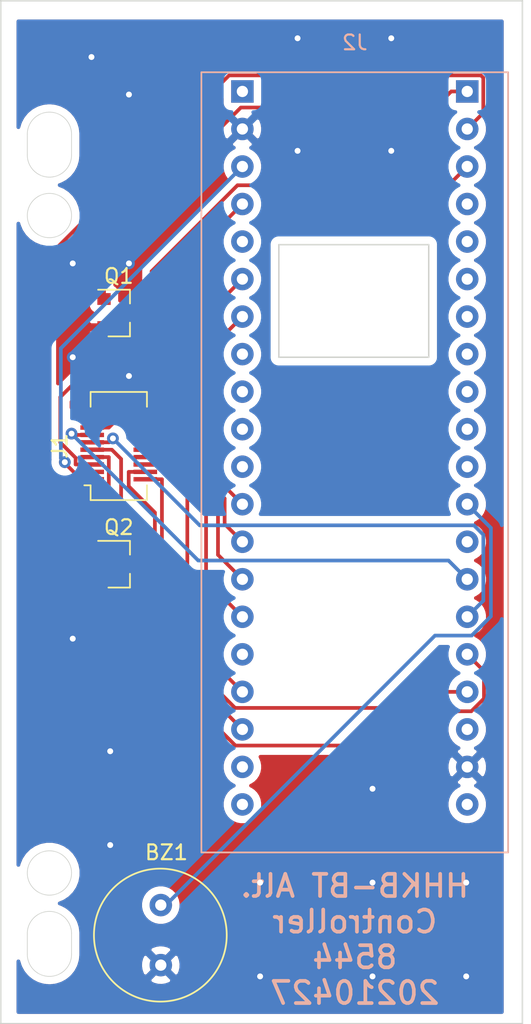
<source format=kicad_pcb>
(kicad_pcb (version 20211014) (generator pcbnew)
  (layers (0 "F.Cu" signal) (31 "B.Cu" signal) (34 "B.Paste" user) (35 "F.Paste" user) (36 "B.SilkS" user "B.Silkscreen") (37 "F.SilkS" user "F.Silkscreen") (38 "B.Mask" user) (39 "F.Mask" user) (44 "Edge.Cuts" user))
  (net 0 "")
  (net 1 "Net-(J1-Pad20)")
  (net 2 "Net-(J1-Pad19)")
  (net 3 "Net-(J1-Pad18)")
  (net 4 "Net-(J1-Pad17)")
  (net 5 "Net-(J1-Pad16)")
  (net 6 "Net-(J1-Pad15)")
  (net 7 "Net-(J1-Pad14)")
  (net 8 "Net-(J1-Pad13)")
  (net 9 "Net-(J1-Pad12)")
  (net 10 "Net-(J1-Pad11)")
  (net 11 "GND")
  (net 12 "Net-(J1-Pad8)")
  (net 13 "Net-(J1-Pad7)")
  (net 14 "Net-(J1-Pad6)")
  (net 15 "Net-(J1-Pad5)")
  (net 16 "Net-(J1-Pad4)")
  (net 17 "Net-(J1-Pad3)")
  (net 18 "+3V3")
  (net 19 "Net-(J2-Pad40)")
  (net 20 "Net-(J2-Pad36)")
  (net 21 "Net-(J2-Pad25)")
  (net 22 "Net-(J2-Pad22)")
  (net 23 "Net-(J2-Pad21)")
  (net 24 "Net-(J2-Pad18)")
  (net 25 "Net-(J2-Pad9)")
  (net 26 "Net-(J2-Pad8)")
  (net 27 "Net-(J2-Pad7)")
  (net 28 "Net-(J2-Pad6)")
  (net 29 "Net-(J2-Pad5)")
  (net 30 "Net-(J2-Pad2)")
  (net 31 "Net-(J2-Pad1)")
  (net 32 "Net-(J2-Pad20)")
  (net 33 "Net-(J2-Pad33)")
  (net 34 "Net-(J2-Pad32)")
  (net 35 "Net-(J2-Pad31)")
  (net 36 "Net-(J2-Pad30)")
  (net 37 "Net-(J2-Pad11)")
  (net 38 "Net-(J2-Pad10)")
  (net 39 "Net-(J2-Pad13)")
  (net 40 "Net-(BZ1-Pad1)")
  (net 41 "Net-(J2-Pad4)")
  (footprint "Connector_Hirose:Hirose_DF12_DF12C3.0-20DS-0.5V_2x10_P0.50mm_Vertical" (layer "F.Cu") (at 59 53 90)
    (fp_text reference "J1" (at 0 -4 90) (layer "F.SilkS"))
    (fp_text value "Conn_02x10_Counter_Clockwise")
    (fp_line (start -3.66 -1.91) (end -2.66 -1.91) (layer "F.SilkS") (width 0.12))
    (fp_line (start 3.66 1.91) (end 3.66 -1.91) (layer "F.SilkS") (width 0.12))
    (fp_line (start 3.66 -1.91) (end 2.66 -1.91) (layer "F.SilkS") (width 0.12))
    (fp_line (start 2.66 1.91) (end 3.66 1.91) (layer "F.SilkS") (width 0.12))
    (fp_line (start -2.66 1.91) (end -3.66 1.91) (layer "F.SilkS") (width 0.12))
    (fp_line (start -3.66 1.91) (end -3.66 -1.91) (layer "F.SilkS") (width 0.12))
    (fp_line (start -2.66 -1.91) (end -2.66 -2.333333) (layer "F.SilkS") (width 0.12))
    (pad "1" smd rect locked (at -2.25 -1.8 90) (size 0.3 1.6) (layers "F.Cu" "F.Mask") (net 18 "+3V3"))
    (pad "2" smd rect locked (at -1.75 -1.8 90) (size 0.3 1.6) (layers "F.Cu" "F.Mask") (net 18 "+3V3"))
    (pad "3" smd rect locked (at -1.25 -1.8 90) (size 0.3 1.6) (layers "F.Cu" "F.Mask") (net 17 "Net-(J1-Pad3)"))
    (pad "4" smd rect locked (at -0.75 -1.8 90) (size 0.3 1.6) (layers "F.Cu" "F.Mask") (net 16 "Net-(J1-Pad4)"))
    (pad "5" smd rect locked (at -0.25 -1.8 90) (size 0.3 1.6) (layers "F.Cu" "F.Mask") (net 15 "Net-(J1-Pad5)"))
    (pad "6" smd rect locked (at 0.25 -1.8 90) (size 0.3 1.6) (layers "F.Cu" "F.Mask") (net 14 "Net-(J1-Pad6)"))
    (pad "7" smd rect locked (at 0.75 -1.8 90) (size 0.3 1.6) (layers "F.Cu" "F.Mask") (net 13 "Net-(J1-Pad7)"))
    (pad "8" smd rect locked (at 1.25 -1.8 90) (size 0.3 1.6) (layers "F.Cu" "F.Mask") (net 12 "Net-(J1-Pad8)"))
    (pad "9" smd rect locked (at 1.75 -1.8 90) (size 0.3 1.6) (layers "F.Cu" "F.Mask") (net 11 "GND"))
    (pad "10" smd rect locked (at 2.25 -1.8 90) (size 0.3 1.6) (layers "F.Cu" "F.Mask") (net 11 "GND"))
    (pad "11" smd rect locked (at -2.25 1.8 90) (size 0.3 1.6) (layers "F.Cu" "F.Mask") (net 10 "Net-(J1-Pad11)"))
    (pad "12" smd rect locked (at -1.75 1.8 90) (size 0.3 1.6) (layers "F.Cu" "F.Mask") (net 9 "Net-(J1-Pad12)"))
    (pad "13" smd rect locked (at -1.25 1.8 90) (size 0.3 1.6) (layers "F.Cu" "F.Mask") (net 8 "Net-(J1-Pad13)"))
    (pad "14" smd rect locked (at -0.75 1.8 90) (size 0.3 1.6) (layers "F.Cu" "F.Mask") (net 7 "Net-(J1-Pad14)"))
    (pad "15" smd rect locked (at -0.25 1.8 90) (size 0.3 1.6) (layers "F.Cu" "F.Mask") (net 6 "Net-(J1-Pad15)"))
    (pad "16" smd rect locked (at 0.25 1.8 90) (size 0.3 1.6) (layers "F.Cu" "F.Mask") (net 5 "Net-(J1-Pad16)"))
    (pad "17" smd rect locked (at 0.75 1.8 90) (size 0.3 1.6) (layers "F.Cu" "F.Mask") (net 4 "Net-(J1-Pad17)"))
    (pad "18" smd rect locked (at 1.25 1.8 90) (size 0.3 1.6) (layers "F.Cu" "F.Mask") (net 3 "Net-(J1-Pad18)"))
    (pad "19" smd rect locked (at 1.75 1.8 90) (size 0.3 1.6) (layers "F.Cu" "F.Mask") (net 2 "Net-(J1-Pad19)"))
    (pad "20" smd rect locked (at 2.25 1.8 90) (size 0.3 1.6) (layers "F.Cu" "F.Mask") (net 1 "Net-(J1-Pad20)"))
  )
  (footprint "Package_TO_SOT_SMD:SOT-23" (layer "F.Cu") (at 59 44)
    (fp_text reference "Q1" (at 0 -2.5) (layer "F.SilkS"))
    (fp_text value "DTC123J")
    (fp_line (start 0.76 -1.58) (end -1.4 -1.58) (layer "F.SilkS") (width 0.12))
    (fp_line (start 0.76 1.58) (end 0.76 0.65) (layer "F.SilkS") (width 0.12))
    (fp_line (start 0.76 1.58) (end -0.7 1.58) (layer "F.SilkS") (width 0.12))
    (fp_line (start 0.76 -1.58) (end 0.76 -0.65) (layer "F.SilkS") (width 0.12))
    (pad "1" smd rect locked (at -1 -0.95) (size 0.9 0.8) (layers "F.Cu" "F.Paste" "F.Mask") (net 31 "Net-(J2-Pad1)"))
    (pad "2" smd rect locked (at -1 0.95) (size 0.9 0.8) (layers "F.Cu" "F.Paste" "F.Mask") (net 11 "GND"))
    (pad "3" smd rect locked (at 1 0) (size 0.9 0.8) (layers "F.Cu" "F.Paste" "F.Mask") (net 17 "Net-(J1-Pad3)"))
  )
  (footprint "Package_TO_SOT_SMD:SOT-23" (layer "F.Cu") (at 59 61)
    (fp_text reference "Q2" (at 0 -2.5) (layer "F.SilkS"))
    (fp_text value "DTC123J")
    (fp_line (start 0.76 -1.58) (end 0.76 -0.65) (layer "F.SilkS") (width 0.12))
    (fp_line (start 0.76 1.58) (end 0.76 0.65) (layer "F.SilkS") (width 0.12))
    (fp_line (start 0.76 1.58) (end -0.7 1.58) (layer "F.SilkS") (width 0.12))
    (fp_line (start 0.76 -1.58) (end -1.4 -1.58) (layer "F.SilkS") (width 0.12))
    (pad "1" smd rect locked (at -1 -0.95) (size 0.9 0.8) (layers "F.Cu" "F.Paste" "F.Mask") (net 30 "Net-(J2-Pad2)"))
    (pad "2" smd rect locked (at -1 0.95) (size 0.9 0.8) (layers "F.Cu" "F.Paste" "F.Mask") (net 11 "GND"))
    (pad "3" smd rect locked (at 1 0) (size 0.9 0.8) (layers "F.Cu" "F.Paste" "F.Mask") (net 16 "Net-(J1-Pad4)"))
  )
  (footprint "HHKBModules:9042 Buzzer" (layer "F.Cu") (at 62.23 80.01)
    (fp_text reference "BZ1" (at 0 0.5) (layer "F.SilkS"))
    (fp_text value "Buzzer")
    (fp_circle (center -0.411606 6.096) (end 4.088394 6.096) (layer "F.SilkS") (width 0.12) (fill none))
    (pad "1" thru_hole circle locked (at -0.381 4.064) (size 1.524 1.524) (drill 0.762) (layers *.Cu *.Mask) (net 40 "Net-(BZ1-Pad1)"))
    (pad "2" thru_hole circle locked (at -0.381 8.128) (size 1.524 1.524) (drill 0.762) (layers *.Cu *.Mask) (net 11 "GND"))
  )
  (footprint "HHKBModules:WeAct BlackPill" (layer "B.Cu") (at 75 29 180)
    (fp_text reference "J2" (at 0 3.31) (layer "B.SilkS") (effects (justify mirror)))
    (fp_text value "Conn_02x20_Counter_Clockwise")
    (fp_line (start 10.4 1.3) (end 10.4 -51.51) (layer "B.SilkS") (width 0.12))
    (fp_line (start 10.39 -51.51) (end -10.39 -51.51) (layer "B.SilkS") (width 0.12))
    (fp_line (start 10.39 1.3) (end -10.39 1.3) (layer "B.SilkS") (width 0.12))
    (fp_line (start -10.39 1.3) (end -10.39 -51.51) (layer "B.SilkS") (width 0.12))
    (pad "1" thru_hole rect locked (at -7.62 0 180) (size 1.524 1.524) (drill 0.762) (layers *.Cu *.Mask) (net 31 "Net-(J2-Pad1)"))
    (pad "2" thru_hole circle locked (at -7.62 -2.54 180) (size 1.524 1.524) (drill 0.762) (layers *.Cu *.Mask) (net 30 "Net-(J2-Pad2)"))
    (pad "3" thru_hole circle locked (at -7.62 -5.08 180) (size 1.524 1.524) (drill 0.762) (layers *.Cu *.Mask) (net 12 "Net-(J1-Pad8)"))
    (pad "4" thru_hole circle locked (at -7.62 -7.62 180) (size 1.524 1.524) (drill 0.762) (layers *.Cu *.Mask) (net 41 "Net-(J2-Pad4)"))
    (pad "5" thru_hole circle locked (at -7.62 -10.16 180) (size 1.524 1.524) (drill 0.762) (layers *.Cu *.Mask) (net 29 "Net-(J2-Pad5)"))
    (pad "6" thru_hole circle locked (at -7.62 -12.7 180) (size 1.524 1.524) (drill 0.762) (layers *.Cu *.Mask) (net 28 "Net-(J2-Pad6)"))
    (pad "7" thru_hole circle locked (at -7.62 -15.24 180) (size 1.524 1.524) (drill 0.762) (layers *.Cu *.Mask) (net 27 "Net-(J2-Pad7)"))
    (pad "8" thru_hole circle locked (at -7.62 -17.78 180) (size 1.524 1.524) (drill 0.762) (layers *.Cu *.Mask) (net 26 "Net-(J2-Pad8)"))
    (pad "9" thru_hole circle locked (at -7.62 -20.32 180) (size 1.524 1.524) (drill 0.762) (layers *.Cu *.Mask) (net 25 "Net-(J2-Pad9)"))
    (pad "10" thru_hole circle locked (at -7.62 -22.86 180) (size 1.524 1.524) (drill 0.762) (layers *.Cu *.Mask) (net 38 "Net-(J2-Pad10)"))
    (pad "11" thru_hole circle locked (at -7.62 -25.4 180) (size 1.524 1.524) (drill 0.762) (layers *.Cu *.Mask) (net 37 "Net-(J2-Pad11)"))
    (pad "12" thru_hole circle locked (at -7.62 -27.94 180) (size 1.524 1.524) (drill 0.762) (layers *.Cu *.Mask) (net 40 "Net-(BZ1-Pad1)"))
    (pad "13" thru_hole circle locked (at -7.62 -30.48 180) (size 1.524 1.524) (drill 0.762) (layers *.Cu *.Mask) (net 39 "Net-(J2-Pad13)"))
    (pad "14" thru_hole circle locked (at -7.62 -33.02 180) (size 1.524 1.524) (drill 0.762) (layers *.Cu *.Mask) (net 13 "Net-(J1-Pad7)"))
    (pad "15" thru_hole circle locked (at -7.62 -35.56 180) (size 1.524 1.524) (drill 0.762) (layers *.Cu *.Mask) (net 14 "Net-(J1-Pad6)"))
    (pad "16" thru_hole circle locked (at -7.62 -38.1 180) (size 1.524 1.524) (drill 0.762) (layers *.Cu *.Mask) (net 15 "Net-(J1-Pad5)"))
    (pad "17" thru_hole circle locked (at -7.62 -40.64 180) (size 1.524 1.524) (drill 0.762) (layers *.Cu *.Mask) (net 10 "Net-(J1-Pad11)"))
    (pad "18" thru_hole circle locked (at -7.62 -43.18 180) (size 1.524 1.524) (drill 0.762) (layers *.Cu *.Mask) (net 24 "Net-(J2-Pad18)"))
    (pad "19" thru_hole circle locked (at -7.62 -45.72 180) (size 1.524 1.524) (drill 0.762) (layers *.Cu *.Mask) (net 11 "GND"))
    (pad "20" thru_hole circle locked (at -7.62 -48.26 180) (size 1.524 1.524) (drill 0.762) (layers *.Cu *.Mask) (net 32 "Net-(J2-Pad20)"))
    (pad "21" thru_hole circle locked (at 7.62 -48.26 180) (size 1.524 1.524) (drill 0.762) (layers *.Cu *.Mask) (net 23 "Net-(J2-Pad21)"))
    (pad "22" thru_hole circle locked (at 7.62 -45.72 180) (size 1.524 1.524) (drill 0.762) (layers *.Cu *.Mask) (net 22 "Net-(J2-Pad22)"))
    (pad "23" thru_hole circle locked (at 7.62 -43.18 180) (size 1.524 1.524) (drill 0.762) (layers *.Cu *.Mask) (net 9 "Net-(J1-Pad12)"))
    (pad "24" thru_hole circle locked (at 7.62 -40.64 180) (size 1.524 1.524) (drill 0.762) (layers *.Cu *.Mask) (net 8 "Net-(J1-Pad13)"))
    (pad "25" thru_hole circle locked (at 7.62 -38.1 180) (size 1.524 1.524) (drill 0.762) (layers *.Cu *.Mask) (net 21 "Net-(J2-Pad25)"))
    (pad "26" thru_hole circle locked (at 7.62 -35.56 180) (size 1.524 1.524) (drill 0.762) (layers *.Cu *.Mask) (net 7 "Net-(J1-Pad14)"))
    (pad "27" thru_hole circle locked (at 7.62 -33.02 180) (size 1.524 1.524) (drill 0.762) (layers *.Cu *.Mask) (net 6 "Net-(J1-Pad15)"))
    (pad "28" thru_hole circle locked (at 7.62 -30.48 180) (size 1.524 1.524) (drill 0.762) (layers *.Cu *.Mask) (net 5 "Net-(J1-Pad16)"))
    (pad "29" thru_hole circle locked (at 7.62 -27.94 180) (size 1.524 1.524) (drill 0.762) (layers *.Cu *.Mask) (net 4 "Net-(J1-Pad17)"))
    (pad "30" thru_hole circle locked (at 7.62 -25.4 180) (size 1.524 1.524) (drill 0.762) (layers *.Cu *.Mask) (net 36 "Net-(J2-Pad30)"))
    (pad "31" thru_hole circle locked (at 7.62 -22.86 180) (size 1.524 1.524) (drill 0.762) (layers *.Cu *.Mask) (net 35 "Net-(J2-Pad31)"))
    (pad "32" thru_hole circle locked (at 7.62 -20.32 180) (size 1.524 1.524) (drill 0.762) (layers *.Cu *.Mask) (net 34 "Net-(J2-Pad32)"))
    (pad "33" thru_hole circle locked (at 7.62 -17.78 180) (size 1.524 1.524) (drill 0.762) (layers *.Cu *.Mask) (net 33 "Net-(J2-Pad33)"))
    (pad "34" thru_hole circle locked (at 7.62 -15.24 180) (size 1.524 1.524) (drill 0.762) (layers *.Cu *.Mask) (net 3 "Net-(J1-Pad18)"))
    (pad "35" thru_hole circle locked (at 7.62 -12.7 180) (size 1.524 1.524) (drill 0.762) (layers *.Cu *.Mask) (net 2 "Net-(J1-Pad19)"))
    (pad "36" thru_hole circle locked (at 7.62 -10.16 180) (size 1.524 1.524) (drill 0.762) (layers *.Cu *.Mask) (net 20 "Net-(J2-Pad36)"))
    (pad "37" thru_hole circle locked (at 7.62 -7.62 180) (size 1.524 1.524) (drill 0.762) (layers *.Cu *.Mask) (net 1 "Net-(J1-Pad20)"))
    (pad "38" thru_hole circle locked (at 7.62 -5.08 180) (size 1.524 1.524) (drill 0.762) (layers *.Cu *.Mask) (net 18 "+3V3"))
    (pad "39" thru_hole circle locked (at 7.62 -2.54 180) (size 1.524 1.524) (drill 0.762) (layers *.Cu *.Mask) (net 11 "GND"))
    (pad "40" thru_hole rect locked (at 7.62 0 180) (size 1.524 1.524) (drill 0.762) (layers *.Cu *.Mask) (net 19 "Net-(J2-Pad40)"))
  )
  (gr_arc (start 55.8 33.3) (mid 54.3 34.8) (end 52.8 33.3) (layer "Edge.Cuts") (width 0.05))
  (gr_line (start 52.8 31.9) (end 52.8 33.3) (layer "Edge.Cuts") (width 0.05))
  (gr_arc (start 55.8 87.4) (mid 54.3 88.9) (end 52.8 87.4) (layer "Edge.Cuts") (width 0.05))
  (gr_arc (start 52.8 86) (mid 54.3 84.5) (end 55.8 86) (layer "Edge.Cuts") (width 0.05))
  (gr_line (start 52.8 87.4) (end 52.8 86) (layer "Edge.Cuts") (width 0.05))
  (gr_line (start 55.8 87.4) (end 55.8 86) (layer "Edge.Cuts") (width 0.05))
  (gr_circle (center 54.3 81.9) (end 52.8 81.9) (layer "Edge.Cuts") (width 0.05) (fill none))
  (gr_line (start 55.8 31.9) (end 55.8 33.3) (layer "Edge.Cuts") (width 0.05))
  (gr_line (start 51 22.86) (end 86.36 22.86) (layer "Edge.Cuts") (width 0.1))
  (gr_line (start 69.85 46.99) (end 69.85 39.37) (layer "Edge.Cuts") (width 0.1))
  (gr_circle (center 54.3 37.4) (end 55.8 37.4) (layer "Edge.Cuts") (width 0.05) (fill none))
  (gr_arc (start 52.8 31.9) (mid 54.3 30.4) (end 55.8 31.9) (layer "Edge.Cuts") (width 0.05))
  (gr_line (start 69.85 39.37) (end 80.01 39.37) (layer "Edge.Cuts") (width 0.1))
  (gr_line (start 51 92.1) (end 51 22.86) (layer "Edge.Cuts") (width 0.1))
  (gr_line (start 80.01 39.37) (end 80.01 46.99) (layer "Edge.Cuts") (width 0.1))
  (gr_line (start 86.36 22.86) (end 86.36 92.1) (layer "Edge.Cuts") (width 0.1))
  (gr_line (start 86.36 92.1) (end 51 92.1) (layer "Edge.Cuts") (width 0.1))
  (gr_line (start 80.01 46.99) (end 69.85 46.99) (layer "Edge.Cuts") (width 0.1))
  (gr_text "HHKB-BT Alt.\nController\n8544\n20210427" (at 75 86.4) (layer "B.SilkS") (effects (font (size 1.5 1.5) (thickness 0.25)) (justify mirror)))
  (segment (start 61.7002 49.8498) (end 61.7002 42.2998) (width 0.25) (layer "F.Cu") (net 1))
  (segment (start 61.7002 42.2998) (end 67.38 36.62) (width 0.25) (layer "F.Cu") (net 1))
  (segment (start 60.8 50.75) (end 61.7002 49.8498) (width 0.25) (layer "F.Cu") (net 1))
  (segment (start 62.3756 50.7997) (end 62.3756 46.7044) (width 0.25) (layer "F.Cu") (net 2))
  (segment (start 61.9253 51.25) (end 62.3756 50.7997) (width 0.25) (layer "F.Cu") (net 2))
  (segment (start 62.3756 46.7044) (end 67.38 41.7) (width 0.25) (layer "F.Cu") (net 2))
  (segment (start 60.8 51.25) (end 61.9253 51.25) (width 0.25) (layer "F.Cu") (net 2))
  (segment (start 61.9253 51.75) (end 62.0622 51.75) (width 0.25) (layer "F.Cu") (net 3))
  (segment (start 62.8259 48.7941) (end 67.38 44.24) (width 0.25) (layer "F.Cu") (net 3))
  (segment (start 62.8259 50.9863) (end 62.8259 48.7941) (width 0.25) (layer "F.Cu") (net 3))
  (segment (start 62.0622 51.75) (end 62.8259 50.9863) (width 0.25) (layer "F.Cu") (net 3))
  (segment (start 60.8 51.75) (end 61.9253 51.75) (width 0.25) (layer "F.Cu") (net 3))
  (segment (start 60.8 52.25) (end 62.69 52.25) (width 0.25) (layer "F.Cu") (net 4))
  (segment (start 62.69 52.25) (end 67.38 56.94) (width 0.25) (layer "F.Cu") (net 4))
  (segment (start 60.8 52.75) (end 62.3777 52.75) (width 0.25) (layer "F.Cu") (net 5))
  (segment (start 66.1758 58.2758) (end 67.38 59.48) (width 0.25) (layer "F.Cu") (net 5))
  (segment (start 62.3777 52.75) (end 66.1758 56.5481) (width 0.25) (layer "F.Cu") (net 5))
  (segment (start 66.1758 56.5481) (end 66.1758 58.2758) (width 0.25) (layer "F.Cu") (net 5))
  (segment (start 65.7254 60.3654) (end 67.38 62.02) (width 0.25) (layer "F.Cu") (net 6))
  (segment (start 62.2408 53.25) (end 65.7254 56.7346) (width 0.25) (layer "F.Cu") (net 6))
  (segment (start 60.8 53.25) (end 62.2408 53.25) (width 0.25) (layer "F.Cu") (net 6))
  (segment (start 65.7254 56.7346) (end 65.7254 60.3654) (width 0.25) (layer "F.Cu") (net 6))
  (segment (start 60.8 53.75) (end 62.1039 53.75) (width 0.25) (layer "F.Cu") (net 7))
  (segment (start 62.1039 53.75) (end 64.9182 56.5643) (width 0.25) (layer "F.Cu") (net 7))
  (segment (start 64.9182 62.0982) (end 67.38 64.56) (width 0.25) (layer "F.Cu") (net 7))
  (segment (start 64.9182 56.5643) (end 64.9182 62.0982) (width 0.25) (layer "F.Cu") (net 7))
  (segment (start 63.6468 55.9715) (end 61.9253 54.25) (width 0.25) (layer "F.Cu") (net 8))
  (segment (start 60.8 54.25) (end 61.9253 54.25) (width 0.25) (layer "F.Cu") (net 8))
  (segment (start 67.38 69.64) (end 63.6468 65.9068) (width 0.25) (layer "F.Cu") (net 8))
  (segment (start 63.6468 65.9068) (end 63.6468 55.9715) (width 0.25) (layer "F.Cu") (net 8))
  (segment (start 60.8 54.75) (end 59.6747 54.75) (width 0.25) (layer "F.Cu") (net 9))
  (segment (start 61.4477 66.2477) (end 67.38 72.18) (width 0.25) (layer "F.Cu") (net 9))
  (segment (start 59.6747 54.75) (end 59.6747 55.7255) (width 0.25) (layer "F.Cu") (net 9))
  (segment (start 59.6747 55.7255) (end 61.4477 57.4985) (width 0.25) (layer "F.Cu") (net 9))
  (segment (start 61.4477 57.4985) (end 61.4477 66.2477) (width 0.25) (layer "F.Cu") (net 9))
  (segment (start 66.8815 70.728) (end 61.9253 65.7718) (width 0.25) (layer "F.Cu") (net 10))
  (segment (start 61.9253 65.7718) (end 61.9253 55.25) (width 0.25) (layer "F.Cu") (net 10))
  (segment (start 82.62 69.64) (end 80.6248 69.64) (width 0.25) (layer "F.Cu") (net 10))
  (segment (start 80.6248 69.64) (end 79.5368 70.728) (width 0.25) (layer "F.Cu") (net 10))
  (segment (start 60.8 55.25) (end 61.9253 55.25) (width 0.25) (layer "F.Cu") (net 10))
  (segment (start 79.5368 70.728) (end 66.8815 70.728) (width 0.25) (layer "F.Cu") (net 10))
  (segment (start 58 44.95) (end 58 44.725) (width 0.25) (layer "F.Cu") (net 11))
  (segment (start 57.2 50.75) (end 57.2 51.05) (width 0.5) (layer "F.Cu") (net 11))
  (segment (start 60.7063 86.9953) (end 61.849 88.138) (width 0.25) (layer "F.Cu") (net 11))
  (via (at 55.88 40.64) (size 0.8) (drill 0.4) (layers "F.Cu" "B.Cu") (net 11))
  (via (at 68.58 88.9) (size 0.8) (drill 0.4) (layers "F.Cu" "B.Cu") (net 11))
  (via (at 57.15 26.67) (size 0.8) (drill 0.4) (layers "F.Cu" "B.Cu") (net 11))
  (via (at 59.69 48.26) (size 0.8) (drill 0.4) (layers "F.Cu" "B.Cu") (net 11))
  (via (at 58.42 73.66) (size 0.8) (drill 0.4) (layers "F.Cu" "B.Cu") (net 11))
  (via (at 77.47 33.02) (size 0.8) (drill 0.4) (layers "F.Cu" "B.Cu") (net 11))
  (via (at 71.12 33.02) (size 0.8) (drill 0.4) (layers "F.Cu" "B.Cu") (net 11))
  (via (at 59.69 40.64) (size 0.8) (drill 0.4) (layers "F.Cu" "B.Cu") (net 11))
  (via (at 76.2 88.9) (size 0.8) (drill 0.4) (layers "F.Cu" "B.Cu") (net 11))
  (via (at 59.69 29.21) (size 0.8) (drill 0.4) (layers "F.Cu" "B.Cu") (net 11))
  (via (at 82.55 88.9) (size 0.8) (drill 0.4) (layers "F.Cu" "B.Cu") (net 11))
  (via (at 71.12 25.4) (size 0.8) (drill 0.4) (layers "F.Cu" "B.Cu") (net 11))
  (via (at 55.88 46.99) (size 0.8) (drill 0.4) (layers "F.Cu" "B.Cu") (net 11))
  (via (at 58.42 80.01) (size 0.8) (drill 0.4) (layers "F.Cu" "B.Cu") (net 11))
  (via (at 82.55 82.55) (size 0.8) (drill 0.4) (layers "F.Cu" "B.Cu") (net 11))
  (via (at 68.58 82.55) (size 0.8) (drill 0.4) (layers "F.Cu" "B.Cu") (net 11))
  (via (at 76.2 82.55) (size 0.8) (drill 0.4) (layers "F.Cu" "B.Cu") (net 11))
  (via (at 55.88 66.04) (size 0.8) (drill 0.4) (layers "F.Cu" "B.Cu") (net 11))
  (via (at 76.2 76.2) (size 0.8) (drill 0.4) (layers "F.Cu" "B.Cu") (net 11))
  (via (at 77.47 25.4) (size 0.8) (drill 0.4) (layers "F.Cu" "B.Cu") (net 11))
  (segment (start 81.35 35.35) (end 82.62 34.08) (width 0.25) (layer "F.Cu") (net 12))
  (segment (start 58.3253 51.75) (end 61.2258 48.8495) (width 0.25) (layer "F.Cu") (net 12))
  (segment (start 61.2258 48.8495) (end 61.2258 41.1731) (width 0.25) (layer "F.Cu") (net 12))
  (segment (start 67.0489 35.35) (end 81.35 35.35) (width 0.25) (layer "F.Cu") (net 12))
  (segment (start 57.2 51.75) (end 58.3253 51.75) (width 0.25) (layer "F.Cu") (net 12))
  (segment (start 61.2258 41.1731) (end 67.0489 35.35) (width 0.25) (layer "F.Cu") (net 12))
  (segment (start 55.888 52.25) (end 55.7996 52.1616) (width 0.25) (layer "F.Cu") (net 13))
  (segment (start 57.2 52.25) (end 55.888 52.25) (width 0.25) (layer "F.Cu") (net 13))
  (via (at 55.7996 52.1616) (size 0.8) (drill 0.4) (layers "F.Cu" "B.Cu") (net 13))
  (segment (start 64.388 60.75) (end 81.35 60.75) (width 0.25) (layer "B.Cu") (net 13))
  (segment (start 81.35 60.75) (end 82.62 62.02) (width 0.25) (layer "B.Cu") (net 13))
  (segment (start 55.7996 52.1616) (end 64.388 60.75) (width 0.25) (layer "B.Cu") (net 13))
  (segment (start 57.2 52.75) (end 58.3398 52.75) (width 0.25) (layer "F.Cu") (net 14))
  (segment (start 58.3398 52.75) (end 58.6038 52.486) (width 0.25) (layer "F.Cu") (net 14))
  (via (at 58.6038 52.486) (size 0.8) (drill 0.4) (layers "F.Cu" "B.Cu") (net 14))
  (segment (start 83.0762 58.3691) (end 83.7112 59.0041) (width 0.25) (layer "B.Cu") (net 14))
  (segment (start 83.7112 59.0041) (end 83.7112 63.4688) (width 0.25) (layer "B.Cu") (net 14))
  (segment (start 58.6038 52.486) (end 64.4869 58.3691) (width 0.25) (layer "B.Cu") (net 14))
  (segment (start 64.4869 58.3691) (end 83.0762 58.3691) (width 0.25) (layer "B.Cu") (net 14))
  (segment (start 83.7112 63.4688) (end 82.62 64.56) (width 0.25) (layer "B.Cu") (net 14))
  (segment (start 59.1592 57.8656) (end 60.9973 59.7037) (width 0.25) (layer "F.Cu") (net 15))
  (segment (start 77.8522 73.2748) (end 80.1739 70.9531) (width 0.25) (layer "F.Cu") (net 15))
  (segment (start 83.7546 68.2346) (end 82.62 67.1) (width 0.25) (layer "F.Cu") (net 15))
  (segment (start 83.7546 70.094) (end 83.7546 68.2346) (width 0.25) (layer "F.Cu") (net 15))
  (segment (start 82.8955 70.9531) (end 83.7546 70.094) (width 0.25) (layer "F.Cu") (net 15))
  (segment (start 59.1592 53.8791) (end 59.1592 57.8656) (width 0.25) (layer "F.Cu") (net 15))
  (segment (start 60.9973 59.7037) (end 60.9973 67.3665) (width 0.25) (layer "F.Cu") (net 15))
  (segment (start 80.1739 70.9531) (end 82.8955 70.9531) (width 0.25) (layer "F.Cu") (net 15))
  (segment (start 66.9056 73.2748) (end 77.8522 73.2748) (width 0.25) (layer "F.Cu") (net 15))
  (segment (start 57.2 53.25) (end 58.5301 53.25) (width 0.25) (layer "F.Cu") (net 15))
  (segment (start 58.5301 53.25) (end 59.1592 53.8791) (width 0.25) (layer "F.Cu") (net 15))
  (segment (start 60.9973 67.3665) (end 66.9056 73.2748) (width 0.25) (layer "F.Cu") (net 15))
  (segment (start 60 61) (end 60 60.2747) (width 0.25) (layer "F.Cu") (net 16))
  (segment (start 60 59.6378) (end 60 60.2747) (width 0.25) (layer "F.Cu") (net 16))
  (segment (start 58.3253 53.75) (end 58.3253 57.9631) (width 0.25) (layer "F.Cu") (net 16))
  (segment (start 57.2 53.75) (end 58.3253 53.75) (width 0.25) (layer "F.Cu") (net 16))
  (segment (start 58.3253 57.9631) (end 60 59.6378) (width 0.25) (layer "F.Cu") (net 16))
  (segment (start 56.0747 54.25) (end 56.0747 53.7986) (width 0.25) (layer "F.Cu") (net 17))
  (segment (start 56.0747 53.7986) (end 55.0373 52.7612) (width 0.25) (layer "F.Cu") (net 17))
  (segment (start 60 44) (end 60 44.7253) (width 0.25) (layer "F.Cu") (net 17))
  (segment (start 55.0373 49.688) (end 60 44.7253) (width 0.25) (layer "F.Cu") (net 17))
  (segment (start 55.0373 52.7612) (end 55.0373 49.688) (width 0.25) (layer "F.Cu") (net 17))
  (segment (start 57.2 54.25) (end 56.0747 54.25) (width 0.25) (layer "F.Cu") (net 17))
  (segment (start 57.2 55.25) (end 56.0747 55.25) (width 0.25) (layer "F.Cu") (net 18))
  (segment (start 56.1656 54.75) (end 56.0747 54.8409) (width 0.25) (layer "F.Cu") (net 18))
  (segment (start 55.3429 54.1551) (end 55.3429 54.0926) (width 0.25) (layer "F.Cu") (net 18))
  (segment (start 56.0747 54.8409) (end 56.0287 54.8409) (width 0.25) (layer "F.Cu") (net 18))
  (segment (start 56.0747 55.25) (end 56.0747 54.8409) (width 0.25) (layer "F.Cu") (net 18))
  (segment (start 56.0287 54.8409) (end 55.3429 54.1551) (width 0.25) (layer "F.Cu") (net 18))
  (segment (start 57.2 54.75) (end 56.1656 54.75) (width 0.25) (layer "F.Cu") (net 18))
  (via (at 55.3429 54.0926) (size 0.8) (drill 0.4) (layers "F.Cu" "B.Cu") (net 18))
  (segment (start 55.81 45.65) (end 67.38 34.08) (width 0.25) (layer "B.Cu") (net 18))
  (segment (start 55.0742 46.3858) (end 55.81 45.65) (width 0.25) (layer "B.Cu") (net 18))
  (segment (start 55.0742 53.8239) (end 55.0742 46.3858) (width 0.25) (layer "B.Cu") (net 18))
  (segment (start 55.3429 54.0926) (end 55.0742 53.8239) (width 0.25) (layer "B.Cu") (net 18))
  (segment (start 83.5487 27.9126) (end 66.4769 27.9126) (width 0.25) (layer "F.Cu") (net 30))
  (segment (start 82.62 31.54) (end 83.7074 30.4526) (width 0.25) (layer "F.Cu") (net 30))
  (segment (start 54.121 55.4457) (end 58 59.3247) (width 0.25) (layer "F.Cu") (net 30))
  (segment (start 54.121 40.2685) (end 54.121 55.4457) (width 0.25) (layer "F.Cu") (net 30))
  (segment (start 83.7074 30.4526) (end 83.7074 28.0713) (width 0.25) (layer "F.Cu") (net 30))
  (segment (start 83.7074 28.0713) (end 83.5487 27.9126) (width 0.25) (layer "F.Cu") (net 30))
  (segment (start 66.4769 27.9126) (end 54.121 40.2685) (width 0.25) (layer "F.Cu") (net 30))
  (segment (start 58 60.05) (end 58 59.3247) (width 0.25) (layer "F.Cu") (net 30))
  (segment (start 58 39.3635) (end 67.2762 30.0873) (width 0.25) (layer "F.Cu") (net 31))
  (segment (start 80.4454 30.0873) (end 81.5327 29) (width 0.25) (layer "F.Cu") (net 31))
  (segment (start 67.2762 30.0873) (end 80.4454 30.0873) (width 0.25) (layer "F.Cu") (net 31))
  (segment (start 82.62 29) (end 81.5327 29) (width 0.25) (layer "F.Cu") (net 31))
  (segment (start 58 43.05) (end 58 39.3635) (width 0.25) (layer "F.Cu") (net 31))
  (segment (start 82.9209 65.83) (end 84.2237 64.5272) (width 0.25) (layer "B.Cu") (net 40))
  (segment (start 80.4347 65.83) (end 82.9209 65.83) (width 0.25) (layer "B.Cu") (net 40))
  (segment (start 61.849 84.074) (end 62.1907 84.074) (width 0.25) (layer "B.Cu") (net 40))
  (segment (start 84.2237 64.5272) (end 84.2237 58.5437) (width 0.25) (layer "B.Cu") (net 40))
  (segment (start 84.2237 58.5437) (end 82.62 56.94) (width 0.25) (layer "B.Cu") (net 40))
  (segment (start 62.1907 84.074) (end 80.4347 65.83) (width 0.25) (layer "B.Cu") (net 40))
  (zone (net 11) (net_name "GND") (layer "F.Cu") (connect_pads (clearance 0.508)) (min_thickness 0.254) (fill yes (thermal_gap 0.508) (thermal_bridge_width 0.508))
    (polygon (pts (xy 85.09 91.44) (xy 52.07 91.44) (xy 52.07 24.13) (xy 85.09 24.13)))
  )
  (zone (net 0) (net_name "") (layer "F.Cu") (connect_pads (clearance 0)) (min_thickness 0.254)
    (keepout (tracks allowed) (vias allowed) (pads allowed) (copperpour not_allowed) (footprints allowed))
    (fill (thermal_gap 0.508) (thermal_bridge_width 0.508))
    (polygon (pts (xy 82.55 35.56) (xy 80.01 35.56) (xy 80.01 29.21) (xy 82.55 29.21)))
  )
  (zone (net 11) (net_name "GND") (layer "B.Cu") (connect_pads (clearance 0.508)) (min_thickness 0.254) (fill yes (thermal_gap 0.508) (thermal_bridge_width 0.508))
    (polygon (pts (xy 85.09 91.44) (xy 52.07 91.44) (xy 52.07 24.13) (xy 85.09 24.13)))
  )
)
</source>
